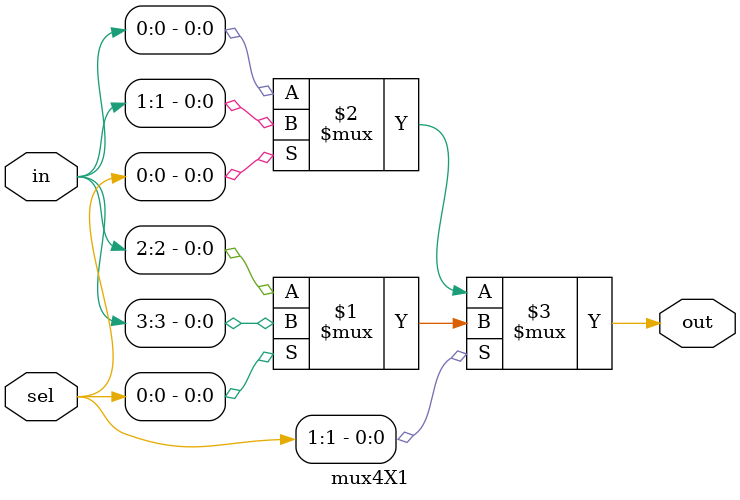
<source format=sv>
module mux4X1( in,sel,out);
	input [3:0] in;
	input [1:0] sel;
	output out;
	assign out = sel[1] ? ( sel[0] ? in[3]: in[2]) : ( sel[0] ? in[1]: in[0]);
endmodule
</source>
